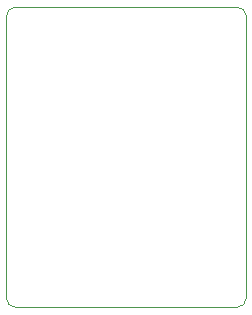
<source format=gbr>
%TF.GenerationSoftware,KiCad,Pcbnew,(5.1.10)-1*%
%TF.CreationDate,2022-01-04T20:30:04-05:00*%
%TF.ProjectId,LatchTest,4c617463-6854-4657-9374-2e6b69636164,rev?*%
%TF.SameCoordinates,Original*%
%TF.FileFunction,Profile,NP*%
%FSLAX46Y46*%
G04 Gerber Fmt 4.6, Leading zero omitted, Abs format (unit mm)*
G04 Created by KiCad (PCBNEW (5.1.10)-1) date 2022-01-04 20:30:04*
%MOMM*%
%LPD*%
G01*
G04 APERTURE LIST*
%TA.AperFunction,Profile*%
%ADD10C,0.050000*%
%TD*%
G04 APERTURE END LIST*
D10*
X105918000Y-87630000D02*
X87122000Y-87630000D01*
X106680000Y-62992000D02*
X106680000Y-86868000D01*
X87122000Y-62230000D02*
X105918000Y-62230000D01*
X86360000Y-86868000D02*
X86360000Y-62992000D01*
X105918000Y-62230000D02*
G75*
G02*
X106680000Y-62992000I0J-762000D01*
G01*
X106680000Y-86868000D02*
G75*
G02*
X105918000Y-87630000I-762000J0D01*
G01*
X87122000Y-87630000D02*
G75*
G02*
X86360000Y-86868000I0J762000D01*
G01*
X86360000Y-62992000D02*
G75*
G02*
X87122000Y-62230000I762000J0D01*
G01*
M02*

</source>
